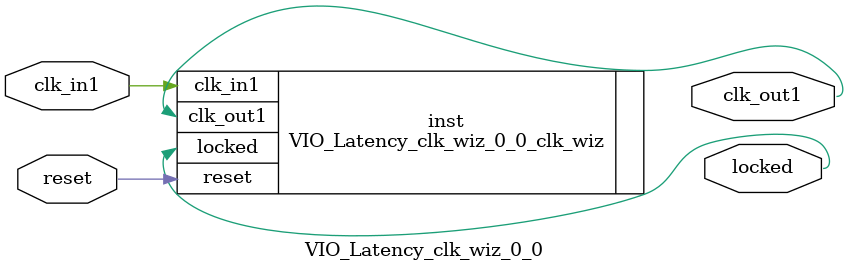
<source format=v>


`timescale 1ps/1ps

(* CORE_GENERATION_INFO = "VIO_Latency_clk_wiz_0_0,clk_wiz_v6_0_1_0_0,{component_name=VIO_Latency_clk_wiz_0_0,use_phase_alignment=true,use_min_o_jitter=false,use_max_i_jitter=false,use_dyn_phase_shift=false,use_inclk_switchover=false,use_dyn_reconfig=false,enable_axi=0,feedback_source=FDBK_AUTO,PRIMITIVE=MMCM,num_out_clk=1,clkin1_period=8.000,clkin2_period=10.000,use_power_down=false,use_reset=true,use_locked=true,use_inclk_stopped=false,feedback_type=SINGLE,CLOCK_MGR_TYPE=NA,manual_override=false}" *)

module VIO_Latency_clk_wiz_0_0 
 (
  // Clock out ports
  output        clk_out1,
  // Status and control signals
  input         reset,
  output        locked,
 // Clock in ports
  input         clk_in1
 );

  VIO_Latency_clk_wiz_0_0_clk_wiz inst
  (
  // Clock out ports  
  .clk_out1(clk_out1),
  // Status and control signals               
  .reset(reset), 
  .locked(locked),
 // Clock in ports
  .clk_in1(clk_in1)
  );

endmodule

</source>
